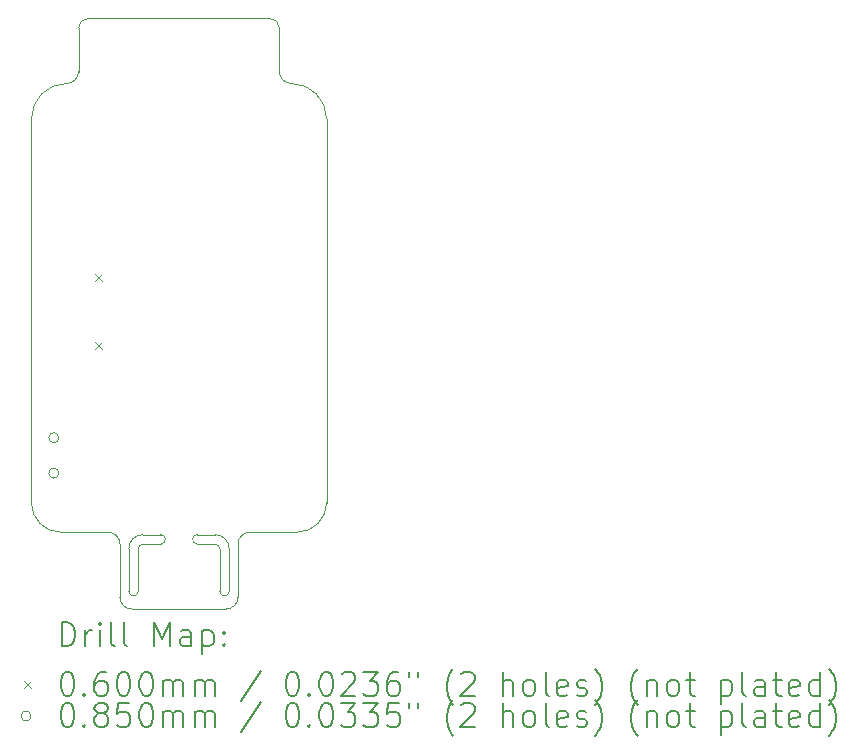
<source format=gbr>
%TF.GenerationSoftware,KiCad,Pcbnew,9.0.3*%
%TF.CreationDate,2025-07-16T17:22:25+12:00*%
%TF.ProjectId,TempSense,54656d70-5365-46e7-9365-2e6b69636164,rev?*%
%TF.SameCoordinates,Original*%
%TF.FileFunction,Drillmap*%
%TF.FilePolarity,Positive*%
%FSLAX45Y45*%
G04 Gerber Fmt 4.5, Leading zero omitted, Abs format (unit mm)*
G04 Created by KiCad (PCBNEW 9.0.3) date 2025-07-16 17:22:25*
%MOMM*%
%LPD*%
G01*
G04 APERTURE LIST*
%ADD10C,0.050000*%
%ADD11C,0.200000*%
%ADD12C,0.100000*%
G04 APERTURE END LIST*
D10*
X7255000Y-9140000D02*
X7255000Y-9500000D01*
X7255000Y-9140000D02*
G75*
G02*
X7295000Y-9100000I40000J0D01*
G01*
X7255000Y-9500000D02*
G75*
G02*
X7175000Y-9500000I-40000J0D01*
G01*
X7295000Y-9020000D02*
X7445000Y-9020000D01*
X7175000Y-9140000D02*
G75*
G02*
X7295000Y-9020000I120000J0D01*
G01*
X7175000Y-9500000D02*
X7175000Y-9140000D01*
X7445000Y-9100000D02*
X7295000Y-9100000D01*
X7445000Y-9020000D02*
G75*
G02*
X7445000Y-9100000I0J-40000D01*
G01*
X7945000Y-9140000D02*
X7945000Y-9500000D01*
X7905000Y-9100000D02*
G75*
G02*
X7945000Y-9140000I0J-40000D01*
G01*
X8025000Y-9500000D02*
G75*
G02*
X7945000Y-9500000I-40000J0D01*
G01*
X8025000Y-9500000D02*
X8025000Y-9140000D01*
X7905000Y-9020000D02*
X7755000Y-9020000D01*
X7755000Y-9100000D02*
X7905000Y-9100000D01*
X7755000Y-9100000D02*
G75*
G02*
X7755000Y-9020000I0J40000D01*
G01*
X7905000Y-9020000D02*
G75*
G02*
X8025000Y-9140000I0J-120000D01*
G01*
X7200000Y-9650000D02*
G75*
G02*
X7100000Y-9550000I0J100000D01*
G01*
X8850000Y-5500000D02*
X8850000Y-8750000D01*
X8100000Y-9550000D02*
X8100000Y-9100000D01*
X8100000Y-9550000D02*
G75*
G02*
X8000000Y-9650000I-100000J0D01*
G01*
X8550000Y-5200000D02*
G75*
G02*
X8850000Y-5500000I0J-300000D01*
G01*
X8450000Y-4730000D02*
X8450000Y-5100000D01*
X6750000Y-4730000D02*
G75*
G02*
X6830000Y-4650000I80000J0D01*
G01*
X8550000Y-5200000D02*
G75*
G02*
X8450000Y-5100000I0J100000D01*
G01*
X6350000Y-8750000D02*
X6350000Y-5500000D01*
X6750000Y-4730000D02*
X6750000Y-5100000D01*
X8850000Y-8750000D02*
G75*
G02*
X8600000Y-9000000I-250000J0D01*
G01*
X6600000Y-9000000D02*
G75*
G02*
X6350000Y-8750000I0J250000D01*
G01*
X8370000Y-4650000D02*
X6830000Y-4650000D01*
X8600000Y-9000000D02*
X8200000Y-9000000D01*
X7000000Y-9000000D02*
G75*
G02*
X7100000Y-9100000I0J-100000D01*
G01*
X7000000Y-9000000D02*
X6600000Y-9000000D01*
X6350000Y-5500000D02*
G75*
G02*
X6650000Y-5200000I300000J0D01*
G01*
X8000000Y-9650000D02*
X7200000Y-9650000D01*
X6750000Y-5100000D02*
G75*
G02*
X6650000Y-5200000I-100000J0D01*
G01*
X8100000Y-9100000D02*
G75*
G02*
X8200000Y-9000000I100000J0D01*
G01*
X8370000Y-4650000D02*
G75*
G02*
X8450000Y-4730000I0J-80000D01*
G01*
X7100000Y-9550000D02*
X7100000Y-9100000D01*
D11*
D12*
X6888000Y-6813500D02*
X6948000Y-6873500D01*
X6948000Y-6813500D02*
X6888000Y-6873500D01*
X6888000Y-7391500D02*
X6948000Y-7451500D01*
X6948000Y-7391500D02*
X6888000Y-7451500D01*
X6582500Y-8200000D02*
G75*
G02*
X6497500Y-8200000I-42500J0D01*
G01*
X6497500Y-8200000D02*
G75*
G02*
X6582500Y-8200000I42500J0D01*
G01*
X6582550Y-8500000D02*
G75*
G02*
X6497550Y-8500000I-42500J0D01*
G01*
X6497550Y-8500000D02*
G75*
G02*
X6582550Y-8500000I42500J0D01*
G01*
D11*
X6608277Y-9963984D02*
X6608277Y-9763984D01*
X6608277Y-9763984D02*
X6655896Y-9763984D01*
X6655896Y-9763984D02*
X6684467Y-9773508D01*
X6684467Y-9773508D02*
X6703515Y-9792555D01*
X6703515Y-9792555D02*
X6713039Y-9811603D01*
X6713039Y-9811603D02*
X6722562Y-9849698D01*
X6722562Y-9849698D02*
X6722562Y-9878270D01*
X6722562Y-9878270D02*
X6713039Y-9916365D01*
X6713039Y-9916365D02*
X6703515Y-9935412D01*
X6703515Y-9935412D02*
X6684467Y-9954460D01*
X6684467Y-9954460D02*
X6655896Y-9963984D01*
X6655896Y-9963984D02*
X6608277Y-9963984D01*
X6808277Y-9963984D02*
X6808277Y-9830650D01*
X6808277Y-9868746D02*
X6817801Y-9849698D01*
X6817801Y-9849698D02*
X6827324Y-9840174D01*
X6827324Y-9840174D02*
X6846372Y-9830650D01*
X6846372Y-9830650D02*
X6865420Y-9830650D01*
X6932086Y-9963984D02*
X6932086Y-9830650D01*
X6932086Y-9763984D02*
X6922562Y-9773508D01*
X6922562Y-9773508D02*
X6932086Y-9783031D01*
X6932086Y-9783031D02*
X6941610Y-9773508D01*
X6941610Y-9773508D02*
X6932086Y-9763984D01*
X6932086Y-9763984D02*
X6932086Y-9783031D01*
X7055896Y-9963984D02*
X7036848Y-9954460D01*
X7036848Y-9954460D02*
X7027324Y-9935412D01*
X7027324Y-9935412D02*
X7027324Y-9763984D01*
X7160658Y-9963984D02*
X7141610Y-9954460D01*
X7141610Y-9954460D02*
X7132086Y-9935412D01*
X7132086Y-9935412D02*
X7132086Y-9763984D01*
X7389229Y-9963984D02*
X7389229Y-9763984D01*
X7389229Y-9763984D02*
X7455896Y-9906841D01*
X7455896Y-9906841D02*
X7522562Y-9763984D01*
X7522562Y-9763984D02*
X7522562Y-9963984D01*
X7703515Y-9963984D02*
X7703515Y-9859222D01*
X7703515Y-9859222D02*
X7693991Y-9840174D01*
X7693991Y-9840174D02*
X7674943Y-9830650D01*
X7674943Y-9830650D02*
X7636848Y-9830650D01*
X7636848Y-9830650D02*
X7617801Y-9840174D01*
X7703515Y-9954460D02*
X7684467Y-9963984D01*
X7684467Y-9963984D02*
X7636848Y-9963984D01*
X7636848Y-9963984D02*
X7617801Y-9954460D01*
X7617801Y-9954460D02*
X7608277Y-9935412D01*
X7608277Y-9935412D02*
X7608277Y-9916365D01*
X7608277Y-9916365D02*
X7617801Y-9897317D01*
X7617801Y-9897317D02*
X7636848Y-9887793D01*
X7636848Y-9887793D02*
X7684467Y-9887793D01*
X7684467Y-9887793D02*
X7703515Y-9878270D01*
X7798753Y-9830650D02*
X7798753Y-10030650D01*
X7798753Y-9840174D02*
X7817801Y-9830650D01*
X7817801Y-9830650D02*
X7855896Y-9830650D01*
X7855896Y-9830650D02*
X7874943Y-9840174D01*
X7874943Y-9840174D02*
X7884467Y-9849698D01*
X7884467Y-9849698D02*
X7893991Y-9868746D01*
X7893991Y-9868746D02*
X7893991Y-9925889D01*
X7893991Y-9925889D02*
X7884467Y-9944936D01*
X7884467Y-9944936D02*
X7874943Y-9954460D01*
X7874943Y-9954460D02*
X7855896Y-9963984D01*
X7855896Y-9963984D02*
X7817801Y-9963984D01*
X7817801Y-9963984D02*
X7798753Y-9954460D01*
X7979705Y-9944936D02*
X7989229Y-9954460D01*
X7989229Y-9954460D02*
X7979705Y-9963984D01*
X7979705Y-9963984D02*
X7970182Y-9954460D01*
X7970182Y-9954460D02*
X7979705Y-9944936D01*
X7979705Y-9944936D02*
X7979705Y-9963984D01*
X7979705Y-9840174D02*
X7989229Y-9849698D01*
X7989229Y-9849698D02*
X7979705Y-9859222D01*
X7979705Y-9859222D02*
X7970182Y-9849698D01*
X7970182Y-9849698D02*
X7979705Y-9840174D01*
X7979705Y-9840174D02*
X7979705Y-9859222D01*
D12*
X6287500Y-10262500D02*
X6347500Y-10322500D01*
X6347500Y-10262500D02*
X6287500Y-10322500D01*
D11*
X6646372Y-10183984D02*
X6665420Y-10183984D01*
X6665420Y-10183984D02*
X6684467Y-10193508D01*
X6684467Y-10193508D02*
X6693991Y-10203031D01*
X6693991Y-10203031D02*
X6703515Y-10222079D01*
X6703515Y-10222079D02*
X6713039Y-10260174D01*
X6713039Y-10260174D02*
X6713039Y-10307793D01*
X6713039Y-10307793D02*
X6703515Y-10345889D01*
X6703515Y-10345889D02*
X6693991Y-10364936D01*
X6693991Y-10364936D02*
X6684467Y-10374460D01*
X6684467Y-10374460D02*
X6665420Y-10383984D01*
X6665420Y-10383984D02*
X6646372Y-10383984D01*
X6646372Y-10383984D02*
X6627324Y-10374460D01*
X6627324Y-10374460D02*
X6617801Y-10364936D01*
X6617801Y-10364936D02*
X6608277Y-10345889D01*
X6608277Y-10345889D02*
X6598753Y-10307793D01*
X6598753Y-10307793D02*
X6598753Y-10260174D01*
X6598753Y-10260174D02*
X6608277Y-10222079D01*
X6608277Y-10222079D02*
X6617801Y-10203031D01*
X6617801Y-10203031D02*
X6627324Y-10193508D01*
X6627324Y-10193508D02*
X6646372Y-10183984D01*
X6798753Y-10364936D02*
X6808277Y-10374460D01*
X6808277Y-10374460D02*
X6798753Y-10383984D01*
X6798753Y-10383984D02*
X6789229Y-10374460D01*
X6789229Y-10374460D02*
X6798753Y-10364936D01*
X6798753Y-10364936D02*
X6798753Y-10383984D01*
X6979705Y-10183984D02*
X6941610Y-10183984D01*
X6941610Y-10183984D02*
X6922562Y-10193508D01*
X6922562Y-10193508D02*
X6913039Y-10203031D01*
X6913039Y-10203031D02*
X6893991Y-10231603D01*
X6893991Y-10231603D02*
X6884467Y-10269698D01*
X6884467Y-10269698D02*
X6884467Y-10345889D01*
X6884467Y-10345889D02*
X6893991Y-10364936D01*
X6893991Y-10364936D02*
X6903515Y-10374460D01*
X6903515Y-10374460D02*
X6922562Y-10383984D01*
X6922562Y-10383984D02*
X6960658Y-10383984D01*
X6960658Y-10383984D02*
X6979705Y-10374460D01*
X6979705Y-10374460D02*
X6989229Y-10364936D01*
X6989229Y-10364936D02*
X6998753Y-10345889D01*
X6998753Y-10345889D02*
X6998753Y-10298270D01*
X6998753Y-10298270D02*
X6989229Y-10279222D01*
X6989229Y-10279222D02*
X6979705Y-10269698D01*
X6979705Y-10269698D02*
X6960658Y-10260174D01*
X6960658Y-10260174D02*
X6922562Y-10260174D01*
X6922562Y-10260174D02*
X6903515Y-10269698D01*
X6903515Y-10269698D02*
X6893991Y-10279222D01*
X6893991Y-10279222D02*
X6884467Y-10298270D01*
X7122562Y-10183984D02*
X7141610Y-10183984D01*
X7141610Y-10183984D02*
X7160658Y-10193508D01*
X7160658Y-10193508D02*
X7170182Y-10203031D01*
X7170182Y-10203031D02*
X7179705Y-10222079D01*
X7179705Y-10222079D02*
X7189229Y-10260174D01*
X7189229Y-10260174D02*
X7189229Y-10307793D01*
X7189229Y-10307793D02*
X7179705Y-10345889D01*
X7179705Y-10345889D02*
X7170182Y-10364936D01*
X7170182Y-10364936D02*
X7160658Y-10374460D01*
X7160658Y-10374460D02*
X7141610Y-10383984D01*
X7141610Y-10383984D02*
X7122562Y-10383984D01*
X7122562Y-10383984D02*
X7103515Y-10374460D01*
X7103515Y-10374460D02*
X7093991Y-10364936D01*
X7093991Y-10364936D02*
X7084467Y-10345889D01*
X7084467Y-10345889D02*
X7074943Y-10307793D01*
X7074943Y-10307793D02*
X7074943Y-10260174D01*
X7074943Y-10260174D02*
X7084467Y-10222079D01*
X7084467Y-10222079D02*
X7093991Y-10203031D01*
X7093991Y-10203031D02*
X7103515Y-10193508D01*
X7103515Y-10193508D02*
X7122562Y-10183984D01*
X7313039Y-10183984D02*
X7332086Y-10183984D01*
X7332086Y-10183984D02*
X7351134Y-10193508D01*
X7351134Y-10193508D02*
X7360658Y-10203031D01*
X7360658Y-10203031D02*
X7370182Y-10222079D01*
X7370182Y-10222079D02*
X7379705Y-10260174D01*
X7379705Y-10260174D02*
X7379705Y-10307793D01*
X7379705Y-10307793D02*
X7370182Y-10345889D01*
X7370182Y-10345889D02*
X7360658Y-10364936D01*
X7360658Y-10364936D02*
X7351134Y-10374460D01*
X7351134Y-10374460D02*
X7332086Y-10383984D01*
X7332086Y-10383984D02*
X7313039Y-10383984D01*
X7313039Y-10383984D02*
X7293991Y-10374460D01*
X7293991Y-10374460D02*
X7284467Y-10364936D01*
X7284467Y-10364936D02*
X7274943Y-10345889D01*
X7274943Y-10345889D02*
X7265420Y-10307793D01*
X7265420Y-10307793D02*
X7265420Y-10260174D01*
X7265420Y-10260174D02*
X7274943Y-10222079D01*
X7274943Y-10222079D02*
X7284467Y-10203031D01*
X7284467Y-10203031D02*
X7293991Y-10193508D01*
X7293991Y-10193508D02*
X7313039Y-10183984D01*
X7465420Y-10383984D02*
X7465420Y-10250650D01*
X7465420Y-10269698D02*
X7474943Y-10260174D01*
X7474943Y-10260174D02*
X7493991Y-10250650D01*
X7493991Y-10250650D02*
X7522563Y-10250650D01*
X7522563Y-10250650D02*
X7541610Y-10260174D01*
X7541610Y-10260174D02*
X7551134Y-10279222D01*
X7551134Y-10279222D02*
X7551134Y-10383984D01*
X7551134Y-10279222D02*
X7560658Y-10260174D01*
X7560658Y-10260174D02*
X7579705Y-10250650D01*
X7579705Y-10250650D02*
X7608277Y-10250650D01*
X7608277Y-10250650D02*
X7627324Y-10260174D01*
X7627324Y-10260174D02*
X7636848Y-10279222D01*
X7636848Y-10279222D02*
X7636848Y-10383984D01*
X7732086Y-10383984D02*
X7732086Y-10250650D01*
X7732086Y-10269698D02*
X7741610Y-10260174D01*
X7741610Y-10260174D02*
X7760658Y-10250650D01*
X7760658Y-10250650D02*
X7789229Y-10250650D01*
X7789229Y-10250650D02*
X7808277Y-10260174D01*
X7808277Y-10260174D02*
X7817801Y-10279222D01*
X7817801Y-10279222D02*
X7817801Y-10383984D01*
X7817801Y-10279222D02*
X7827324Y-10260174D01*
X7827324Y-10260174D02*
X7846372Y-10250650D01*
X7846372Y-10250650D02*
X7874943Y-10250650D01*
X7874943Y-10250650D02*
X7893991Y-10260174D01*
X7893991Y-10260174D02*
X7903515Y-10279222D01*
X7903515Y-10279222D02*
X7903515Y-10383984D01*
X8293991Y-10174460D02*
X8122563Y-10431603D01*
X8551134Y-10183984D02*
X8570182Y-10183984D01*
X8570182Y-10183984D02*
X8589229Y-10193508D01*
X8589229Y-10193508D02*
X8598753Y-10203031D01*
X8598753Y-10203031D02*
X8608277Y-10222079D01*
X8608277Y-10222079D02*
X8617801Y-10260174D01*
X8617801Y-10260174D02*
X8617801Y-10307793D01*
X8617801Y-10307793D02*
X8608277Y-10345889D01*
X8608277Y-10345889D02*
X8598753Y-10364936D01*
X8598753Y-10364936D02*
X8589229Y-10374460D01*
X8589229Y-10374460D02*
X8570182Y-10383984D01*
X8570182Y-10383984D02*
X8551134Y-10383984D01*
X8551134Y-10383984D02*
X8532087Y-10374460D01*
X8532087Y-10374460D02*
X8522563Y-10364936D01*
X8522563Y-10364936D02*
X8513039Y-10345889D01*
X8513039Y-10345889D02*
X8503515Y-10307793D01*
X8503515Y-10307793D02*
X8503515Y-10260174D01*
X8503515Y-10260174D02*
X8513039Y-10222079D01*
X8513039Y-10222079D02*
X8522563Y-10203031D01*
X8522563Y-10203031D02*
X8532087Y-10193508D01*
X8532087Y-10193508D02*
X8551134Y-10183984D01*
X8703515Y-10364936D02*
X8713039Y-10374460D01*
X8713039Y-10374460D02*
X8703515Y-10383984D01*
X8703515Y-10383984D02*
X8693991Y-10374460D01*
X8693991Y-10374460D02*
X8703515Y-10364936D01*
X8703515Y-10364936D02*
X8703515Y-10383984D01*
X8836848Y-10183984D02*
X8855896Y-10183984D01*
X8855896Y-10183984D02*
X8874944Y-10193508D01*
X8874944Y-10193508D02*
X8884468Y-10203031D01*
X8884468Y-10203031D02*
X8893991Y-10222079D01*
X8893991Y-10222079D02*
X8903515Y-10260174D01*
X8903515Y-10260174D02*
X8903515Y-10307793D01*
X8903515Y-10307793D02*
X8893991Y-10345889D01*
X8893991Y-10345889D02*
X8884468Y-10364936D01*
X8884468Y-10364936D02*
X8874944Y-10374460D01*
X8874944Y-10374460D02*
X8855896Y-10383984D01*
X8855896Y-10383984D02*
X8836848Y-10383984D01*
X8836848Y-10383984D02*
X8817801Y-10374460D01*
X8817801Y-10374460D02*
X8808277Y-10364936D01*
X8808277Y-10364936D02*
X8798753Y-10345889D01*
X8798753Y-10345889D02*
X8789229Y-10307793D01*
X8789229Y-10307793D02*
X8789229Y-10260174D01*
X8789229Y-10260174D02*
X8798753Y-10222079D01*
X8798753Y-10222079D02*
X8808277Y-10203031D01*
X8808277Y-10203031D02*
X8817801Y-10193508D01*
X8817801Y-10193508D02*
X8836848Y-10183984D01*
X8979706Y-10203031D02*
X8989229Y-10193508D01*
X8989229Y-10193508D02*
X9008277Y-10183984D01*
X9008277Y-10183984D02*
X9055896Y-10183984D01*
X9055896Y-10183984D02*
X9074944Y-10193508D01*
X9074944Y-10193508D02*
X9084468Y-10203031D01*
X9084468Y-10203031D02*
X9093991Y-10222079D01*
X9093991Y-10222079D02*
X9093991Y-10241127D01*
X9093991Y-10241127D02*
X9084468Y-10269698D01*
X9084468Y-10269698D02*
X8970182Y-10383984D01*
X8970182Y-10383984D02*
X9093991Y-10383984D01*
X9160658Y-10183984D02*
X9284468Y-10183984D01*
X9284468Y-10183984D02*
X9217801Y-10260174D01*
X9217801Y-10260174D02*
X9246372Y-10260174D01*
X9246372Y-10260174D02*
X9265420Y-10269698D01*
X9265420Y-10269698D02*
X9274944Y-10279222D01*
X9274944Y-10279222D02*
X9284468Y-10298270D01*
X9284468Y-10298270D02*
X9284468Y-10345889D01*
X9284468Y-10345889D02*
X9274944Y-10364936D01*
X9274944Y-10364936D02*
X9265420Y-10374460D01*
X9265420Y-10374460D02*
X9246372Y-10383984D01*
X9246372Y-10383984D02*
X9189229Y-10383984D01*
X9189229Y-10383984D02*
X9170182Y-10374460D01*
X9170182Y-10374460D02*
X9160658Y-10364936D01*
X9455896Y-10183984D02*
X9417801Y-10183984D01*
X9417801Y-10183984D02*
X9398753Y-10193508D01*
X9398753Y-10193508D02*
X9389229Y-10203031D01*
X9389229Y-10203031D02*
X9370182Y-10231603D01*
X9370182Y-10231603D02*
X9360658Y-10269698D01*
X9360658Y-10269698D02*
X9360658Y-10345889D01*
X9360658Y-10345889D02*
X9370182Y-10364936D01*
X9370182Y-10364936D02*
X9379706Y-10374460D01*
X9379706Y-10374460D02*
X9398753Y-10383984D01*
X9398753Y-10383984D02*
X9436849Y-10383984D01*
X9436849Y-10383984D02*
X9455896Y-10374460D01*
X9455896Y-10374460D02*
X9465420Y-10364936D01*
X9465420Y-10364936D02*
X9474944Y-10345889D01*
X9474944Y-10345889D02*
X9474944Y-10298270D01*
X9474944Y-10298270D02*
X9465420Y-10279222D01*
X9465420Y-10279222D02*
X9455896Y-10269698D01*
X9455896Y-10269698D02*
X9436849Y-10260174D01*
X9436849Y-10260174D02*
X9398753Y-10260174D01*
X9398753Y-10260174D02*
X9379706Y-10269698D01*
X9379706Y-10269698D02*
X9370182Y-10279222D01*
X9370182Y-10279222D02*
X9360658Y-10298270D01*
X9551134Y-10183984D02*
X9551134Y-10222079D01*
X9627325Y-10183984D02*
X9627325Y-10222079D01*
X9922563Y-10460174D02*
X9913039Y-10450650D01*
X9913039Y-10450650D02*
X9893991Y-10422079D01*
X9893991Y-10422079D02*
X9884468Y-10403031D01*
X9884468Y-10403031D02*
X9874944Y-10374460D01*
X9874944Y-10374460D02*
X9865420Y-10326841D01*
X9865420Y-10326841D02*
X9865420Y-10288746D01*
X9865420Y-10288746D02*
X9874944Y-10241127D01*
X9874944Y-10241127D02*
X9884468Y-10212555D01*
X9884468Y-10212555D02*
X9893991Y-10193508D01*
X9893991Y-10193508D02*
X9913039Y-10164936D01*
X9913039Y-10164936D02*
X9922563Y-10155412D01*
X9989230Y-10203031D02*
X9998753Y-10193508D01*
X9998753Y-10193508D02*
X10017801Y-10183984D01*
X10017801Y-10183984D02*
X10065420Y-10183984D01*
X10065420Y-10183984D02*
X10084468Y-10193508D01*
X10084468Y-10193508D02*
X10093991Y-10203031D01*
X10093991Y-10203031D02*
X10103515Y-10222079D01*
X10103515Y-10222079D02*
X10103515Y-10241127D01*
X10103515Y-10241127D02*
X10093991Y-10269698D01*
X10093991Y-10269698D02*
X9979706Y-10383984D01*
X9979706Y-10383984D02*
X10103515Y-10383984D01*
X10341611Y-10383984D02*
X10341611Y-10183984D01*
X10427325Y-10383984D02*
X10427325Y-10279222D01*
X10427325Y-10279222D02*
X10417801Y-10260174D01*
X10417801Y-10260174D02*
X10398753Y-10250650D01*
X10398753Y-10250650D02*
X10370182Y-10250650D01*
X10370182Y-10250650D02*
X10351134Y-10260174D01*
X10351134Y-10260174D02*
X10341611Y-10269698D01*
X10551134Y-10383984D02*
X10532087Y-10374460D01*
X10532087Y-10374460D02*
X10522563Y-10364936D01*
X10522563Y-10364936D02*
X10513039Y-10345889D01*
X10513039Y-10345889D02*
X10513039Y-10288746D01*
X10513039Y-10288746D02*
X10522563Y-10269698D01*
X10522563Y-10269698D02*
X10532087Y-10260174D01*
X10532087Y-10260174D02*
X10551134Y-10250650D01*
X10551134Y-10250650D02*
X10579706Y-10250650D01*
X10579706Y-10250650D02*
X10598753Y-10260174D01*
X10598753Y-10260174D02*
X10608277Y-10269698D01*
X10608277Y-10269698D02*
X10617801Y-10288746D01*
X10617801Y-10288746D02*
X10617801Y-10345889D01*
X10617801Y-10345889D02*
X10608277Y-10364936D01*
X10608277Y-10364936D02*
X10598753Y-10374460D01*
X10598753Y-10374460D02*
X10579706Y-10383984D01*
X10579706Y-10383984D02*
X10551134Y-10383984D01*
X10732087Y-10383984D02*
X10713039Y-10374460D01*
X10713039Y-10374460D02*
X10703515Y-10355412D01*
X10703515Y-10355412D02*
X10703515Y-10183984D01*
X10884468Y-10374460D02*
X10865420Y-10383984D01*
X10865420Y-10383984D02*
X10827325Y-10383984D01*
X10827325Y-10383984D02*
X10808277Y-10374460D01*
X10808277Y-10374460D02*
X10798753Y-10355412D01*
X10798753Y-10355412D02*
X10798753Y-10279222D01*
X10798753Y-10279222D02*
X10808277Y-10260174D01*
X10808277Y-10260174D02*
X10827325Y-10250650D01*
X10827325Y-10250650D02*
X10865420Y-10250650D01*
X10865420Y-10250650D02*
X10884468Y-10260174D01*
X10884468Y-10260174D02*
X10893992Y-10279222D01*
X10893992Y-10279222D02*
X10893992Y-10298270D01*
X10893992Y-10298270D02*
X10798753Y-10317317D01*
X10970182Y-10374460D02*
X10989230Y-10383984D01*
X10989230Y-10383984D02*
X11027325Y-10383984D01*
X11027325Y-10383984D02*
X11046373Y-10374460D01*
X11046373Y-10374460D02*
X11055896Y-10355412D01*
X11055896Y-10355412D02*
X11055896Y-10345889D01*
X11055896Y-10345889D02*
X11046373Y-10326841D01*
X11046373Y-10326841D02*
X11027325Y-10317317D01*
X11027325Y-10317317D02*
X10998753Y-10317317D01*
X10998753Y-10317317D02*
X10979706Y-10307793D01*
X10979706Y-10307793D02*
X10970182Y-10288746D01*
X10970182Y-10288746D02*
X10970182Y-10279222D01*
X10970182Y-10279222D02*
X10979706Y-10260174D01*
X10979706Y-10260174D02*
X10998753Y-10250650D01*
X10998753Y-10250650D02*
X11027325Y-10250650D01*
X11027325Y-10250650D02*
X11046373Y-10260174D01*
X11122563Y-10460174D02*
X11132087Y-10450650D01*
X11132087Y-10450650D02*
X11151134Y-10422079D01*
X11151134Y-10422079D02*
X11160658Y-10403031D01*
X11160658Y-10403031D02*
X11170182Y-10374460D01*
X11170182Y-10374460D02*
X11179706Y-10326841D01*
X11179706Y-10326841D02*
X11179706Y-10288746D01*
X11179706Y-10288746D02*
X11170182Y-10241127D01*
X11170182Y-10241127D02*
X11160658Y-10212555D01*
X11160658Y-10212555D02*
X11151134Y-10193508D01*
X11151134Y-10193508D02*
X11132087Y-10164936D01*
X11132087Y-10164936D02*
X11122563Y-10155412D01*
X11484468Y-10460174D02*
X11474944Y-10450650D01*
X11474944Y-10450650D02*
X11455896Y-10422079D01*
X11455896Y-10422079D02*
X11446372Y-10403031D01*
X11446372Y-10403031D02*
X11436849Y-10374460D01*
X11436849Y-10374460D02*
X11427325Y-10326841D01*
X11427325Y-10326841D02*
X11427325Y-10288746D01*
X11427325Y-10288746D02*
X11436849Y-10241127D01*
X11436849Y-10241127D02*
X11446372Y-10212555D01*
X11446372Y-10212555D02*
X11455896Y-10193508D01*
X11455896Y-10193508D02*
X11474944Y-10164936D01*
X11474944Y-10164936D02*
X11484468Y-10155412D01*
X11560658Y-10250650D02*
X11560658Y-10383984D01*
X11560658Y-10269698D02*
X11570182Y-10260174D01*
X11570182Y-10260174D02*
X11589230Y-10250650D01*
X11589230Y-10250650D02*
X11617801Y-10250650D01*
X11617801Y-10250650D02*
X11636849Y-10260174D01*
X11636849Y-10260174D02*
X11646372Y-10279222D01*
X11646372Y-10279222D02*
X11646372Y-10383984D01*
X11770182Y-10383984D02*
X11751134Y-10374460D01*
X11751134Y-10374460D02*
X11741611Y-10364936D01*
X11741611Y-10364936D02*
X11732087Y-10345889D01*
X11732087Y-10345889D02*
X11732087Y-10288746D01*
X11732087Y-10288746D02*
X11741611Y-10269698D01*
X11741611Y-10269698D02*
X11751134Y-10260174D01*
X11751134Y-10260174D02*
X11770182Y-10250650D01*
X11770182Y-10250650D02*
X11798753Y-10250650D01*
X11798753Y-10250650D02*
X11817801Y-10260174D01*
X11817801Y-10260174D02*
X11827325Y-10269698D01*
X11827325Y-10269698D02*
X11836849Y-10288746D01*
X11836849Y-10288746D02*
X11836849Y-10345889D01*
X11836849Y-10345889D02*
X11827325Y-10364936D01*
X11827325Y-10364936D02*
X11817801Y-10374460D01*
X11817801Y-10374460D02*
X11798753Y-10383984D01*
X11798753Y-10383984D02*
X11770182Y-10383984D01*
X11893992Y-10250650D02*
X11970182Y-10250650D01*
X11922563Y-10183984D02*
X11922563Y-10355412D01*
X11922563Y-10355412D02*
X11932087Y-10374460D01*
X11932087Y-10374460D02*
X11951134Y-10383984D01*
X11951134Y-10383984D02*
X11970182Y-10383984D01*
X12189230Y-10250650D02*
X12189230Y-10450650D01*
X12189230Y-10260174D02*
X12208277Y-10250650D01*
X12208277Y-10250650D02*
X12246373Y-10250650D01*
X12246373Y-10250650D02*
X12265420Y-10260174D01*
X12265420Y-10260174D02*
X12274944Y-10269698D01*
X12274944Y-10269698D02*
X12284468Y-10288746D01*
X12284468Y-10288746D02*
X12284468Y-10345889D01*
X12284468Y-10345889D02*
X12274944Y-10364936D01*
X12274944Y-10364936D02*
X12265420Y-10374460D01*
X12265420Y-10374460D02*
X12246373Y-10383984D01*
X12246373Y-10383984D02*
X12208277Y-10383984D01*
X12208277Y-10383984D02*
X12189230Y-10374460D01*
X12398753Y-10383984D02*
X12379706Y-10374460D01*
X12379706Y-10374460D02*
X12370182Y-10355412D01*
X12370182Y-10355412D02*
X12370182Y-10183984D01*
X12560658Y-10383984D02*
X12560658Y-10279222D01*
X12560658Y-10279222D02*
X12551134Y-10260174D01*
X12551134Y-10260174D02*
X12532087Y-10250650D01*
X12532087Y-10250650D02*
X12493992Y-10250650D01*
X12493992Y-10250650D02*
X12474944Y-10260174D01*
X12560658Y-10374460D02*
X12541611Y-10383984D01*
X12541611Y-10383984D02*
X12493992Y-10383984D01*
X12493992Y-10383984D02*
X12474944Y-10374460D01*
X12474944Y-10374460D02*
X12465420Y-10355412D01*
X12465420Y-10355412D02*
X12465420Y-10336365D01*
X12465420Y-10336365D02*
X12474944Y-10317317D01*
X12474944Y-10317317D02*
X12493992Y-10307793D01*
X12493992Y-10307793D02*
X12541611Y-10307793D01*
X12541611Y-10307793D02*
X12560658Y-10298270D01*
X12627325Y-10250650D02*
X12703515Y-10250650D01*
X12655896Y-10183984D02*
X12655896Y-10355412D01*
X12655896Y-10355412D02*
X12665420Y-10374460D01*
X12665420Y-10374460D02*
X12684468Y-10383984D01*
X12684468Y-10383984D02*
X12703515Y-10383984D01*
X12846373Y-10374460D02*
X12827325Y-10383984D01*
X12827325Y-10383984D02*
X12789230Y-10383984D01*
X12789230Y-10383984D02*
X12770182Y-10374460D01*
X12770182Y-10374460D02*
X12760658Y-10355412D01*
X12760658Y-10355412D02*
X12760658Y-10279222D01*
X12760658Y-10279222D02*
X12770182Y-10260174D01*
X12770182Y-10260174D02*
X12789230Y-10250650D01*
X12789230Y-10250650D02*
X12827325Y-10250650D01*
X12827325Y-10250650D02*
X12846373Y-10260174D01*
X12846373Y-10260174D02*
X12855896Y-10279222D01*
X12855896Y-10279222D02*
X12855896Y-10298270D01*
X12855896Y-10298270D02*
X12760658Y-10317317D01*
X13027325Y-10383984D02*
X13027325Y-10183984D01*
X13027325Y-10374460D02*
X13008277Y-10383984D01*
X13008277Y-10383984D02*
X12970182Y-10383984D01*
X12970182Y-10383984D02*
X12951134Y-10374460D01*
X12951134Y-10374460D02*
X12941611Y-10364936D01*
X12941611Y-10364936D02*
X12932087Y-10345889D01*
X12932087Y-10345889D02*
X12932087Y-10288746D01*
X12932087Y-10288746D02*
X12941611Y-10269698D01*
X12941611Y-10269698D02*
X12951134Y-10260174D01*
X12951134Y-10260174D02*
X12970182Y-10250650D01*
X12970182Y-10250650D02*
X13008277Y-10250650D01*
X13008277Y-10250650D02*
X13027325Y-10260174D01*
X13103515Y-10460174D02*
X13113039Y-10450650D01*
X13113039Y-10450650D02*
X13132087Y-10422079D01*
X13132087Y-10422079D02*
X13141611Y-10403031D01*
X13141611Y-10403031D02*
X13151134Y-10374460D01*
X13151134Y-10374460D02*
X13160658Y-10326841D01*
X13160658Y-10326841D02*
X13160658Y-10288746D01*
X13160658Y-10288746D02*
X13151134Y-10241127D01*
X13151134Y-10241127D02*
X13141611Y-10212555D01*
X13141611Y-10212555D02*
X13132087Y-10193508D01*
X13132087Y-10193508D02*
X13113039Y-10164936D01*
X13113039Y-10164936D02*
X13103515Y-10155412D01*
D12*
X6347500Y-10556500D02*
G75*
G02*
X6262500Y-10556500I-42500J0D01*
G01*
X6262500Y-10556500D02*
G75*
G02*
X6347500Y-10556500I42500J0D01*
G01*
D11*
X6646372Y-10447984D02*
X6665420Y-10447984D01*
X6665420Y-10447984D02*
X6684467Y-10457508D01*
X6684467Y-10457508D02*
X6693991Y-10467031D01*
X6693991Y-10467031D02*
X6703515Y-10486079D01*
X6703515Y-10486079D02*
X6713039Y-10524174D01*
X6713039Y-10524174D02*
X6713039Y-10571793D01*
X6713039Y-10571793D02*
X6703515Y-10609889D01*
X6703515Y-10609889D02*
X6693991Y-10628936D01*
X6693991Y-10628936D02*
X6684467Y-10638460D01*
X6684467Y-10638460D02*
X6665420Y-10647984D01*
X6665420Y-10647984D02*
X6646372Y-10647984D01*
X6646372Y-10647984D02*
X6627324Y-10638460D01*
X6627324Y-10638460D02*
X6617801Y-10628936D01*
X6617801Y-10628936D02*
X6608277Y-10609889D01*
X6608277Y-10609889D02*
X6598753Y-10571793D01*
X6598753Y-10571793D02*
X6598753Y-10524174D01*
X6598753Y-10524174D02*
X6608277Y-10486079D01*
X6608277Y-10486079D02*
X6617801Y-10467031D01*
X6617801Y-10467031D02*
X6627324Y-10457508D01*
X6627324Y-10457508D02*
X6646372Y-10447984D01*
X6798753Y-10628936D02*
X6808277Y-10638460D01*
X6808277Y-10638460D02*
X6798753Y-10647984D01*
X6798753Y-10647984D02*
X6789229Y-10638460D01*
X6789229Y-10638460D02*
X6798753Y-10628936D01*
X6798753Y-10628936D02*
X6798753Y-10647984D01*
X6922562Y-10533698D02*
X6903515Y-10524174D01*
X6903515Y-10524174D02*
X6893991Y-10514650D01*
X6893991Y-10514650D02*
X6884467Y-10495603D01*
X6884467Y-10495603D02*
X6884467Y-10486079D01*
X6884467Y-10486079D02*
X6893991Y-10467031D01*
X6893991Y-10467031D02*
X6903515Y-10457508D01*
X6903515Y-10457508D02*
X6922562Y-10447984D01*
X6922562Y-10447984D02*
X6960658Y-10447984D01*
X6960658Y-10447984D02*
X6979705Y-10457508D01*
X6979705Y-10457508D02*
X6989229Y-10467031D01*
X6989229Y-10467031D02*
X6998753Y-10486079D01*
X6998753Y-10486079D02*
X6998753Y-10495603D01*
X6998753Y-10495603D02*
X6989229Y-10514650D01*
X6989229Y-10514650D02*
X6979705Y-10524174D01*
X6979705Y-10524174D02*
X6960658Y-10533698D01*
X6960658Y-10533698D02*
X6922562Y-10533698D01*
X6922562Y-10533698D02*
X6903515Y-10543222D01*
X6903515Y-10543222D02*
X6893991Y-10552746D01*
X6893991Y-10552746D02*
X6884467Y-10571793D01*
X6884467Y-10571793D02*
X6884467Y-10609889D01*
X6884467Y-10609889D02*
X6893991Y-10628936D01*
X6893991Y-10628936D02*
X6903515Y-10638460D01*
X6903515Y-10638460D02*
X6922562Y-10647984D01*
X6922562Y-10647984D02*
X6960658Y-10647984D01*
X6960658Y-10647984D02*
X6979705Y-10638460D01*
X6979705Y-10638460D02*
X6989229Y-10628936D01*
X6989229Y-10628936D02*
X6998753Y-10609889D01*
X6998753Y-10609889D02*
X6998753Y-10571793D01*
X6998753Y-10571793D02*
X6989229Y-10552746D01*
X6989229Y-10552746D02*
X6979705Y-10543222D01*
X6979705Y-10543222D02*
X6960658Y-10533698D01*
X7179705Y-10447984D02*
X7084467Y-10447984D01*
X7084467Y-10447984D02*
X7074943Y-10543222D01*
X7074943Y-10543222D02*
X7084467Y-10533698D01*
X7084467Y-10533698D02*
X7103515Y-10524174D01*
X7103515Y-10524174D02*
X7151134Y-10524174D01*
X7151134Y-10524174D02*
X7170182Y-10533698D01*
X7170182Y-10533698D02*
X7179705Y-10543222D01*
X7179705Y-10543222D02*
X7189229Y-10562270D01*
X7189229Y-10562270D02*
X7189229Y-10609889D01*
X7189229Y-10609889D02*
X7179705Y-10628936D01*
X7179705Y-10628936D02*
X7170182Y-10638460D01*
X7170182Y-10638460D02*
X7151134Y-10647984D01*
X7151134Y-10647984D02*
X7103515Y-10647984D01*
X7103515Y-10647984D02*
X7084467Y-10638460D01*
X7084467Y-10638460D02*
X7074943Y-10628936D01*
X7313039Y-10447984D02*
X7332086Y-10447984D01*
X7332086Y-10447984D02*
X7351134Y-10457508D01*
X7351134Y-10457508D02*
X7360658Y-10467031D01*
X7360658Y-10467031D02*
X7370182Y-10486079D01*
X7370182Y-10486079D02*
X7379705Y-10524174D01*
X7379705Y-10524174D02*
X7379705Y-10571793D01*
X7379705Y-10571793D02*
X7370182Y-10609889D01*
X7370182Y-10609889D02*
X7360658Y-10628936D01*
X7360658Y-10628936D02*
X7351134Y-10638460D01*
X7351134Y-10638460D02*
X7332086Y-10647984D01*
X7332086Y-10647984D02*
X7313039Y-10647984D01*
X7313039Y-10647984D02*
X7293991Y-10638460D01*
X7293991Y-10638460D02*
X7284467Y-10628936D01*
X7284467Y-10628936D02*
X7274943Y-10609889D01*
X7274943Y-10609889D02*
X7265420Y-10571793D01*
X7265420Y-10571793D02*
X7265420Y-10524174D01*
X7265420Y-10524174D02*
X7274943Y-10486079D01*
X7274943Y-10486079D02*
X7284467Y-10467031D01*
X7284467Y-10467031D02*
X7293991Y-10457508D01*
X7293991Y-10457508D02*
X7313039Y-10447984D01*
X7465420Y-10647984D02*
X7465420Y-10514650D01*
X7465420Y-10533698D02*
X7474943Y-10524174D01*
X7474943Y-10524174D02*
X7493991Y-10514650D01*
X7493991Y-10514650D02*
X7522563Y-10514650D01*
X7522563Y-10514650D02*
X7541610Y-10524174D01*
X7541610Y-10524174D02*
X7551134Y-10543222D01*
X7551134Y-10543222D02*
X7551134Y-10647984D01*
X7551134Y-10543222D02*
X7560658Y-10524174D01*
X7560658Y-10524174D02*
X7579705Y-10514650D01*
X7579705Y-10514650D02*
X7608277Y-10514650D01*
X7608277Y-10514650D02*
X7627324Y-10524174D01*
X7627324Y-10524174D02*
X7636848Y-10543222D01*
X7636848Y-10543222D02*
X7636848Y-10647984D01*
X7732086Y-10647984D02*
X7732086Y-10514650D01*
X7732086Y-10533698D02*
X7741610Y-10524174D01*
X7741610Y-10524174D02*
X7760658Y-10514650D01*
X7760658Y-10514650D02*
X7789229Y-10514650D01*
X7789229Y-10514650D02*
X7808277Y-10524174D01*
X7808277Y-10524174D02*
X7817801Y-10543222D01*
X7817801Y-10543222D02*
X7817801Y-10647984D01*
X7817801Y-10543222D02*
X7827324Y-10524174D01*
X7827324Y-10524174D02*
X7846372Y-10514650D01*
X7846372Y-10514650D02*
X7874943Y-10514650D01*
X7874943Y-10514650D02*
X7893991Y-10524174D01*
X7893991Y-10524174D02*
X7903515Y-10543222D01*
X7903515Y-10543222D02*
X7903515Y-10647984D01*
X8293991Y-10438460D02*
X8122563Y-10695603D01*
X8551134Y-10447984D02*
X8570182Y-10447984D01*
X8570182Y-10447984D02*
X8589229Y-10457508D01*
X8589229Y-10457508D02*
X8598753Y-10467031D01*
X8598753Y-10467031D02*
X8608277Y-10486079D01*
X8608277Y-10486079D02*
X8617801Y-10524174D01*
X8617801Y-10524174D02*
X8617801Y-10571793D01*
X8617801Y-10571793D02*
X8608277Y-10609889D01*
X8608277Y-10609889D02*
X8598753Y-10628936D01*
X8598753Y-10628936D02*
X8589229Y-10638460D01*
X8589229Y-10638460D02*
X8570182Y-10647984D01*
X8570182Y-10647984D02*
X8551134Y-10647984D01*
X8551134Y-10647984D02*
X8532087Y-10638460D01*
X8532087Y-10638460D02*
X8522563Y-10628936D01*
X8522563Y-10628936D02*
X8513039Y-10609889D01*
X8513039Y-10609889D02*
X8503515Y-10571793D01*
X8503515Y-10571793D02*
X8503515Y-10524174D01*
X8503515Y-10524174D02*
X8513039Y-10486079D01*
X8513039Y-10486079D02*
X8522563Y-10467031D01*
X8522563Y-10467031D02*
X8532087Y-10457508D01*
X8532087Y-10457508D02*
X8551134Y-10447984D01*
X8703515Y-10628936D02*
X8713039Y-10638460D01*
X8713039Y-10638460D02*
X8703515Y-10647984D01*
X8703515Y-10647984D02*
X8693991Y-10638460D01*
X8693991Y-10638460D02*
X8703515Y-10628936D01*
X8703515Y-10628936D02*
X8703515Y-10647984D01*
X8836848Y-10447984D02*
X8855896Y-10447984D01*
X8855896Y-10447984D02*
X8874944Y-10457508D01*
X8874944Y-10457508D02*
X8884468Y-10467031D01*
X8884468Y-10467031D02*
X8893991Y-10486079D01*
X8893991Y-10486079D02*
X8903515Y-10524174D01*
X8903515Y-10524174D02*
X8903515Y-10571793D01*
X8903515Y-10571793D02*
X8893991Y-10609889D01*
X8893991Y-10609889D02*
X8884468Y-10628936D01*
X8884468Y-10628936D02*
X8874944Y-10638460D01*
X8874944Y-10638460D02*
X8855896Y-10647984D01*
X8855896Y-10647984D02*
X8836848Y-10647984D01*
X8836848Y-10647984D02*
X8817801Y-10638460D01*
X8817801Y-10638460D02*
X8808277Y-10628936D01*
X8808277Y-10628936D02*
X8798753Y-10609889D01*
X8798753Y-10609889D02*
X8789229Y-10571793D01*
X8789229Y-10571793D02*
X8789229Y-10524174D01*
X8789229Y-10524174D02*
X8798753Y-10486079D01*
X8798753Y-10486079D02*
X8808277Y-10467031D01*
X8808277Y-10467031D02*
X8817801Y-10457508D01*
X8817801Y-10457508D02*
X8836848Y-10447984D01*
X8970182Y-10447984D02*
X9093991Y-10447984D01*
X9093991Y-10447984D02*
X9027325Y-10524174D01*
X9027325Y-10524174D02*
X9055896Y-10524174D01*
X9055896Y-10524174D02*
X9074944Y-10533698D01*
X9074944Y-10533698D02*
X9084468Y-10543222D01*
X9084468Y-10543222D02*
X9093991Y-10562270D01*
X9093991Y-10562270D02*
X9093991Y-10609889D01*
X9093991Y-10609889D02*
X9084468Y-10628936D01*
X9084468Y-10628936D02*
X9074944Y-10638460D01*
X9074944Y-10638460D02*
X9055896Y-10647984D01*
X9055896Y-10647984D02*
X8998753Y-10647984D01*
X8998753Y-10647984D02*
X8979706Y-10638460D01*
X8979706Y-10638460D02*
X8970182Y-10628936D01*
X9160658Y-10447984D02*
X9284468Y-10447984D01*
X9284468Y-10447984D02*
X9217801Y-10524174D01*
X9217801Y-10524174D02*
X9246372Y-10524174D01*
X9246372Y-10524174D02*
X9265420Y-10533698D01*
X9265420Y-10533698D02*
X9274944Y-10543222D01*
X9274944Y-10543222D02*
X9284468Y-10562270D01*
X9284468Y-10562270D02*
X9284468Y-10609889D01*
X9284468Y-10609889D02*
X9274944Y-10628936D01*
X9274944Y-10628936D02*
X9265420Y-10638460D01*
X9265420Y-10638460D02*
X9246372Y-10647984D01*
X9246372Y-10647984D02*
X9189229Y-10647984D01*
X9189229Y-10647984D02*
X9170182Y-10638460D01*
X9170182Y-10638460D02*
X9160658Y-10628936D01*
X9465420Y-10447984D02*
X9370182Y-10447984D01*
X9370182Y-10447984D02*
X9360658Y-10543222D01*
X9360658Y-10543222D02*
X9370182Y-10533698D01*
X9370182Y-10533698D02*
X9389229Y-10524174D01*
X9389229Y-10524174D02*
X9436849Y-10524174D01*
X9436849Y-10524174D02*
X9455896Y-10533698D01*
X9455896Y-10533698D02*
X9465420Y-10543222D01*
X9465420Y-10543222D02*
X9474944Y-10562270D01*
X9474944Y-10562270D02*
X9474944Y-10609889D01*
X9474944Y-10609889D02*
X9465420Y-10628936D01*
X9465420Y-10628936D02*
X9455896Y-10638460D01*
X9455896Y-10638460D02*
X9436849Y-10647984D01*
X9436849Y-10647984D02*
X9389229Y-10647984D01*
X9389229Y-10647984D02*
X9370182Y-10638460D01*
X9370182Y-10638460D02*
X9360658Y-10628936D01*
X9551134Y-10447984D02*
X9551134Y-10486079D01*
X9627325Y-10447984D02*
X9627325Y-10486079D01*
X9922563Y-10724174D02*
X9913039Y-10714650D01*
X9913039Y-10714650D02*
X9893991Y-10686079D01*
X9893991Y-10686079D02*
X9884468Y-10667031D01*
X9884468Y-10667031D02*
X9874944Y-10638460D01*
X9874944Y-10638460D02*
X9865420Y-10590841D01*
X9865420Y-10590841D02*
X9865420Y-10552746D01*
X9865420Y-10552746D02*
X9874944Y-10505127D01*
X9874944Y-10505127D02*
X9884468Y-10476555D01*
X9884468Y-10476555D02*
X9893991Y-10457508D01*
X9893991Y-10457508D02*
X9913039Y-10428936D01*
X9913039Y-10428936D02*
X9922563Y-10419412D01*
X9989230Y-10467031D02*
X9998753Y-10457508D01*
X9998753Y-10457508D02*
X10017801Y-10447984D01*
X10017801Y-10447984D02*
X10065420Y-10447984D01*
X10065420Y-10447984D02*
X10084468Y-10457508D01*
X10084468Y-10457508D02*
X10093991Y-10467031D01*
X10093991Y-10467031D02*
X10103515Y-10486079D01*
X10103515Y-10486079D02*
X10103515Y-10505127D01*
X10103515Y-10505127D02*
X10093991Y-10533698D01*
X10093991Y-10533698D02*
X9979706Y-10647984D01*
X9979706Y-10647984D02*
X10103515Y-10647984D01*
X10341611Y-10647984D02*
X10341611Y-10447984D01*
X10427325Y-10647984D02*
X10427325Y-10543222D01*
X10427325Y-10543222D02*
X10417801Y-10524174D01*
X10417801Y-10524174D02*
X10398753Y-10514650D01*
X10398753Y-10514650D02*
X10370182Y-10514650D01*
X10370182Y-10514650D02*
X10351134Y-10524174D01*
X10351134Y-10524174D02*
X10341611Y-10533698D01*
X10551134Y-10647984D02*
X10532087Y-10638460D01*
X10532087Y-10638460D02*
X10522563Y-10628936D01*
X10522563Y-10628936D02*
X10513039Y-10609889D01*
X10513039Y-10609889D02*
X10513039Y-10552746D01*
X10513039Y-10552746D02*
X10522563Y-10533698D01*
X10522563Y-10533698D02*
X10532087Y-10524174D01*
X10532087Y-10524174D02*
X10551134Y-10514650D01*
X10551134Y-10514650D02*
X10579706Y-10514650D01*
X10579706Y-10514650D02*
X10598753Y-10524174D01*
X10598753Y-10524174D02*
X10608277Y-10533698D01*
X10608277Y-10533698D02*
X10617801Y-10552746D01*
X10617801Y-10552746D02*
X10617801Y-10609889D01*
X10617801Y-10609889D02*
X10608277Y-10628936D01*
X10608277Y-10628936D02*
X10598753Y-10638460D01*
X10598753Y-10638460D02*
X10579706Y-10647984D01*
X10579706Y-10647984D02*
X10551134Y-10647984D01*
X10732087Y-10647984D02*
X10713039Y-10638460D01*
X10713039Y-10638460D02*
X10703515Y-10619412D01*
X10703515Y-10619412D02*
X10703515Y-10447984D01*
X10884468Y-10638460D02*
X10865420Y-10647984D01*
X10865420Y-10647984D02*
X10827325Y-10647984D01*
X10827325Y-10647984D02*
X10808277Y-10638460D01*
X10808277Y-10638460D02*
X10798753Y-10619412D01*
X10798753Y-10619412D02*
X10798753Y-10543222D01*
X10798753Y-10543222D02*
X10808277Y-10524174D01*
X10808277Y-10524174D02*
X10827325Y-10514650D01*
X10827325Y-10514650D02*
X10865420Y-10514650D01*
X10865420Y-10514650D02*
X10884468Y-10524174D01*
X10884468Y-10524174D02*
X10893992Y-10543222D01*
X10893992Y-10543222D02*
X10893992Y-10562270D01*
X10893992Y-10562270D02*
X10798753Y-10581317D01*
X10970182Y-10638460D02*
X10989230Y-10647984D01*
X10989230Y-10647984D02*
X11027325Y-10647984D01*
X11027325Y-10647984D02*
X11046373Y-10638460D01*
X11046373Y-10638460D02*
X11055896Y-10619412D01*
X11055896Y-10619412D02*
X11055896Y-10609889D01*
X11055896Y-10609889D02*
X11046373Y-10590841D01*
X11046373Y-10590841D02*
X11027325Y-10581317D01*
X11027325Y-10581317D02*
X10998753Y-10581317D01*
X10998753Y-10581317D02*
X10979706Y-10571793D01*
X10979706Y-10571793D02*
X10970182Y-10552746D01*
X10970182Y-10552746D02*
X10970182Y-10543222D01*
X10970182Y-10543222D02*
X10979706Y-10524174D01*
X10979706Y-10524174D02*
X10998753Y-10514650D01*
X10998753Y-10514650D02*
X11027325Y-10514650D01*
X11027325Y-10514650D02*
X11046373Y-10524174D01*
X11122563Y-10724174D02*
X11132087Y-10714650D01*
X11132087Y-10714650D02*
X11151134Y-10686079D01*
X11151134Y-10686079D02*
X11160658Y-10667031D01*
X11160658Y-10667031D02*
X11170182Y-10638460D01*
X11170182Y-10638460D02*
X11179706Y-10590841D01*
X11179706Y-10590841D02*
X11179706Y-10552746D01*
X11179706Y-10552746D02*
X11170182Y-10505127D01*
X11170182Y-10505127D02*
X11160658Y-10476555D01*
X11160658Y-10476555D02*
X11151134Y-10457508D01*
X11151134Y-10457508D02*
X11132087Y-10428936D01*
X11132087Y-10428936D02*
X11122563Y-10419412D01*
X11484468Y-10724174D02*
X11474944Y-10714650D01*
X11474944Y-10714650D02*
X11455896Y-10686079D01*
X11455896Y-10686079D02*
X11446372Y-10667031D01*
X11446372Y-10667031D02*
X11436849Y-10638460D01*
X11436849Y-10638460D02*
X11427325Y-10590841D01*
X11427325Y-10590841D02*
X11427325Y-10552746D01*
X11427325Y-10552746D02*
X11436849Y-10505127D01*
X11436849Y-10505127D02*
X11446372Y-10476555D01*
X11446372Y-10476555D02*
X11455896Y-10457508D01*
X11455896Y-10457508D02*
X11474944Y-10428936D01*
X11474944Y-10428936D02*
X11484468Y-10419412D01*
X11560658Y-10514650D02*
X11560658Y-10647984D01*
X11560658Y-10533698D02*
X11570182Y-10524174D01*
X11570182Y-10524174D02*
X11589230Y-10514650D01*
X11589230Y-10514650D02*
X11617801Y-10514650D01*
X11617801Y-10514650D02*
X11636849Y-10524174D01*
X11636849Y-10524174D02*
X11646372Y-10543222D01*
X11646372Y-10543222D02*
X11646372Y-10647984D01*
X11770182Y-10647984D02*
X11751134Y-10638460D01*
X11751134Y-10638460D02*
X11741611Y-10628936D01*
X11741611Y-10628936D02*
X11732087Y-10609889D01*
X11732087Y-10609889D02*
X11732087Y-10552746D01*
X11732087Y-10552746D02*
X11741611Y-10533698D01*
X11741611Y-10533698D02*
X11751134Y-10524174D01*
X11751134Y-10524174D02*
X11770182Y-10514650D01*
X11770182Y-10514650D02*
X11798753Y-10514650D01*
X11798753Y-10514650D02*
X11817801Y-10524174D01*
X11817801Y-10524174D02*
X11827325Y-10533698D01*
X11827325Y-10533698D02*
X11836849Y-10552746D01*
X11836849Y-10552746D02*
X11836849Y-10609889D01*
X11836849Y-10609889D02*
X11827325Y-10628936D01*
X11827325Y-10628936D02*
X11817801Y-10638460D01*
X11817801Y-10638460D02*
X11798753Y-10647984D01*
X11798753Y-10647984D02*
X11770182Y-10647984D01*
X11893992Y-10514650D02*
X11970182Y-10514650D01*
X11922563Y-10447984D02*
X11922563Y-10619412D01*
X11922563Y-10619412D02*
X11932087Y-10638460D01*
X11932087Y-10638460D02*
X11951134Y-10647984D01*
X11951134Y-10647984D02*
X11970182Y-10647984D01*
X12189230Y-10514650D02*
X12189230Y-10714650D01*
X12189230Y-10524174D02*
X12208277Y-10514650D01*
X12208277Y-10514650D02*
X12246373Y-10514650D01*
X12246373Y-10514650D02*
X12265420Y-10524174D01*
X12265420Y-10524174D02*
X12274944Y-10533698D01*
X12274944Y-10533698D02*
X12284468Y-10552746D01*
X12284468Y-10552746D02*
X12284468Y-10609889D01*
X12284468Y-10609889D02*
X12274944Y-10628936D01*
X12274944Y-10628936D02*
X12265420Y-10638460D01*
X12265420Y-10638460D02*
X12246373Y-10647984D01*
X12246373Y-10647984D02*
X12208277Y-10647984D01*
X12208277Y-10647984D02*
X12189230Y-10638460D01*
X12398753Y-10647984D02*
X12379706Y-10638460D01*
X12379706Y-10638460D02*
X12370182Y-10619412D01*
X12370182Y-10619412D02*
X12370182Y-10447984D01*
X12560658Y-10647984D02*
X12560658Y-10543222D01*
X12560658Y-10543222D02*
X12551134Y-10524174D01*
X12551134Y-10524174D02*
X12532087Y-10514650D01*
X12532087Y-10514650D02*
X12493992Y-10514650D01*
X12493992Y-10514650D02*
X12474944Y-10524174D01*
X12560658Y-10638460D02*
X12541611Y-10647984D01*
X12541611Y-10647984D02*
X12493992Y-10647984D01*
X12493992Y-10647984D02*
X12474944Y-10638460D01*
X12474944Y-10638460D02*
X12465420Y-10619412D01*
X12465420Y-10619412D02*
X12465420Y-10600365D01*
X12465420Y-10600365D02*
X12474944Y-10581317D01*
X12474944Y-10581317D02*
X12493992Y-10571793D01*
X12493992Y-10571793D02*
X12541611Y-10571793D01*
X12541611Y-10571793D02*
X12560658Y-10562270D01*
X12627325Y-10514650D02*
X12703515Y-10514650D01*
X12655896Y-10447984D02*
X12655896Y-10619412D01*
X12655896Y-10619412D02*
X12665420Y-10638460D01*
X12665420Y-10638460D02*
X12684468Y-10647984D01*
X12684468Y-10647984D02*
X12703515Y-10647984D01*
X12846373Y-10638460D02*
X12827325Y-10647984D01*
X12827325Y-10647984D02*
X12789230Y-10647984D01*
X12789230Y-10647984D02*
X12770182Y-10638460D01*
X12770182Y-10638460D02*
X12760658Y-10619412D01*
X12760658Y-10619412D02*
X12760658Y-10543222D01*
X12760658Y-10543222D02*
X12770182Y-10524174D01*
X12770182Y-10524174D02*
X12789230Y-10514650D01*
X12789230Y-10514650D02*
X12827325Y-10514650D01*
X12827325Y-10514650D02*
X12846373Y-10524174D01*
X12846373Y-10524174D02*
X12855896Y-10543222D01*
X12855896Y-10543222D02*
X12855896Y-10562270D01*
X12855896Y-10562270D02*
X12760658Y-10581317D01*
X13027325Y-10647984D02*
X13027325Y-10447984D01*
X13027325Y-10638460D02*
X13008277Y-10647984D01*
X13008277Y-10647984D02*
X12970182Y-10647984D01*
X12970182Y-10647984D02*
X12951134Y-10638460D01*
X12951134Y-10638460D02*
X12941611Y-10628936D01*
X12941611Y-10628936D02*
X12932087Y-10609889D01*
X12932087Y-10609889D02*
X12932087Y-10552746D01*
X12932087Y-10552746D02*
X12941611Y-10533698D01*
X12941611Y-10533698D02*
X12951134Y-10524174D01*
X12951134Y-10524174D02*
X12970182Y-10514650D01*
X12970182Y-10514650D02*
X13008277Y-10514650D01*
X13008277Y-10514650D02*
X13027325Y-10524174D01*
X13103515Y-10724174D02*
X13113039Y-10714650D01*
X13113039Y-10714650D02*
X13132087Y-10686079D01*
X13132087Y-10686079D02*
X13141611Y-10667031D01*
X13141611Y-10667031D02*
X13151134Y-10638460D01*
X13151134Y-10638460D02*
X13160658Y-10590841D01*
X13160658Y-10590841D02*
X13160658Y-10552746D01*
X13160658Y-10552746D02*
X13151134Y-10505127D01*
X13151134Y-10505127D02*
X13141611Y-10476555D01*
X13141611Y-10476555D02*
X13132087Y-10457508D01*
X13132087Y-10457508D02*
X13113039Y-10428936D01*
X13113039Y-10428936D02*
X13103515Y-10419412D01*
M02*

</source>
